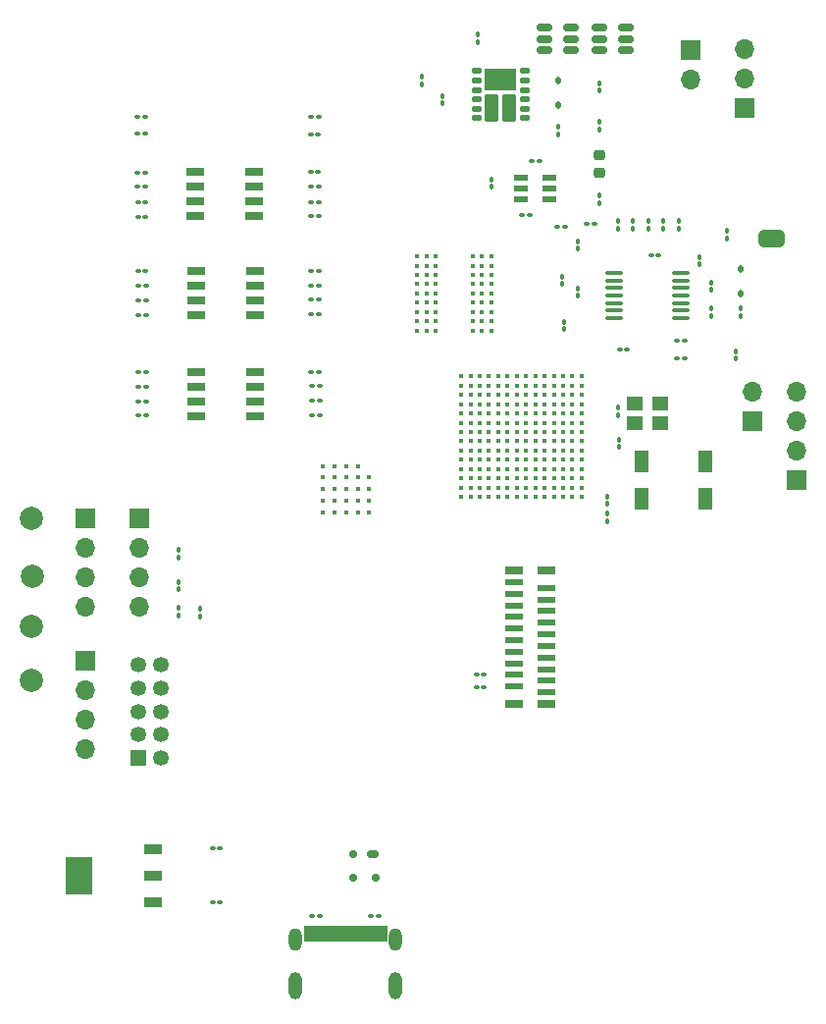
<source format=gbr>
%TF.GenerationSoftware,KiCad,Pcbnew,9.0.0*%
%TF.CreationDate,2025-05-06T20:27:03-04:00*%
%TF.ProjectId,payload_board,7061796c-6f61-4645-9f62-6f6172642e6b,rev?*%
%TF.SameCoordinates,Original*%
%TF.FileFunction,Soldermask,Top*%
%TF.FilePolarity,Negative*%
%FSLAX45Y45*%
G04 Gerber Fmt 4.5, Leading zero omitted, Abs format (unit mm)*
G04 Created by KiCad (PCBNEW 9.0.0) date 2025-05-06 20:27:03*
%MOMM*%
%LPD*%
G01*
G04 APERTURE LIST*
G04 Aperture macros list*
%AMRoundRect*
0 Rectangle with rounded corners*
0 $1 Rounding radius*
0 $2 $3 $4 $5 $6 $7 $8 $9 X,Y pos of 4 corners*
0 Add a 4 corners polygon primitive as box body*
4,1,4,$2,$3,$4,$5,$6,$7,$8,$9,$2,$3,0*
0 Add four circle primitives for the rounded corners*
1,1,$1+$1,$2,$3*
1,1,$1+$1,$4,$5*
1,1,$1+$1,$6,$7*
1,1,$1+$1,$8,$9*
0 Add four rect primitives between the rounded corners*
20,1,$1+$1,$2,$3,$4,$5,0*
20,1,$1+$1,$4,$5,$6,$7,0*
20,1,$1+$1,$6,$7,$8,$9,0*
20,1,$1+$1,$8,$9,$2,$3,0*%
%AMFreePoly0*
4,1,23,0.500000,-0.750000,0.000000,-0.750000,0.000000,-0.745722,-0.065263,-0.745722,-0.191342,-0.711940,-0.304381,-0.646677,-0.396677,-0.554381,-0.461940,-0.441342,-0.495722,-0.315263,-0.495722,-0.250000,-0.500000,-0.250000,-0.500000,0.250000,-0.495722,0.250000,-0.495722,0.315263,-0.461940,0.441342,-0.396677,0.554381,-0.304381,0.646677,-0.191342,0.711940,-0.065263,0.745722,0.000000,0.745722,
0.000000,0.750000,0.500000,0.750000,0.500000,-0.750000,0.500000,-0.750000,$1*%
%AMFreePoly1*
4,1,23,0.000000,0.745722,0.065263,0.745722,0.191342,0.711940,0.304381,0.646677,0.396677,0.554381,0.461940,0.441342,0.495722,0.315263,0.495722,0.250000,0.500000,0.250000,0.500000,-0.250000,0.495722,-0.250000,0.495722,-0.315263,0.461940,-0.441342,0.396677,-0.554381,0.304381,-0.646677,0.191342,-0.711940,0.065263,-0.745722,0.000000,-0.745722,0.000000,-0.750000,-0.500000,-0.750000,
-0.500000,0.750000,0.000000,0.750000,0.000000,0.745722,0.000000,0.745722,$1*%
G04 Aperture macros list end*
%ADD10C,0.000000*%
%ADD11C,0.010000*%
%ADD12FreePoly0,0.000000*%
%ADD13FreePoly1,0.000000*%
%ADD14RoundRect,0.100000X0.130000X0.100000X-0.130000X0.100000X-0.130000X-0.100000X0.130000X-0.100000X0*%
%ADD15RoundRect,0.100000X0.100000X-0.130000X0.100000X0.130000X-0.100000X0.130000X-0.100000X-0.130000X0*%
%ADD16RoundRect,0.100000X-0.130000X-0.100000X0.130000X-0.100000X0.130000X0.100000X-0.130000X0.100000X0*%
%ADD17C,2.000000*%
%ADD18R,1.700000X1.700000*%
%ADD19O,1.700000X1.700000*%
%ADD20RoundRect,0.100000X-0.100000X0.130000X-0.100000X-0.130000X0.100000X-0.130000X0.100000X0.130000X0*%
%ADD21C,0.410000*%
%ADD22RoundRect,0.175000X-0.325000X0.175000X-0.325000X-0.175000X0.325000X-0.175000X0.325000X0.175000X0*%
%ADD23RoundRect,0.150000X-0.150000X0.200000X-0.150000X-0.200000X0.150000X-0.200000X0.150000X0.200000X0*%
%ADD24RoundRect,0.218750X-0.256250X0.218750X-0.256250X-0.218750X0.256250X-0.218750X0.256250X0.218750X0*%
%ADD25RoundRect,0.063500X-0.325000X-0.200000X0.325000X-0.200000X0.325000X0.200000X-0.325000X0.200000X0*%
%ADD26RoundRect,0.063500X0.325000X0.200000X-0.325000X0.200000X-0.325000X-0.200000X0.325000X-0.200000X0*%
%ADD27RoundRect,0.063500X-1.250000X0.890000X-1.250000X-0.890000X1.250000X-0.890000X1.250000X0.890000X0*%
%ADD28RoundRect,0.063500X-0.500000X1.085000X-0.500000X-1.085000X0.500000X-1.085000X0.500000X1.085000X0*%
%ADD29RoundRect,0.190000X0.610000X0.190000X-0.610000X0.190000X-0.610000X-0.190000X0.610000X-0.190000X0*%
%ADD30R,1.150000X0.600000*%
%ADD31RoundRect,0.112500X-0.112500X0.187500X-0.112500X-0.187500X0.112500X-0.187500X0.112500X0.187500X0*%
%ADD32R,1.400000X1.200000*%
%ADD33R,1.600200X0.838200*%
%ADD34O,1.152400X2.352400*%
%ADD35O,1.152400X1.952400*%
%ADD36C,0.370000*%
%ADD37R,1.350000X1.350000*%
%ADD38C,1.350000*%
%ADD39RoundRect,0.150000X-0.512500X-0.150000X0.512500X-0.150000X0.512500X0.150000X-0.512500X0.150000X0*%
%ADD40R,1.300000X1.900000*%
%ADD41RoundRect,0.100000X-0.637500X-0.100000X0.637500X-0.100000X0.637500X0.100000X-0.637500X0.100000X0*%
%ADD42R,1.500000X0.600000*%
%ADD43R,1.500000X0.800000*%
%ADD44C,0.394000*%
G04 APERTURE END LIST*
%TO.C,JP1*%
G36*
X21725000Y-7316400D02*
G01*
X21755000Y-7316400D01*
X21755000Y-7466400D01*
X21725000Y-7466400D01*
X21725000Y-7316400D01*
G37*
D10*
%TO.C,U2*%
G36*
X15878030Y-13045020D02*
G01*
X15646890Y-13045020D01*
X15646890Y-12724980D01*
X15878030Y-12724980D01*
X15878030Y-13045020D01*
G37*
D11*
%TO.C,J2*%
X17775850Y-13443850D02*
X17704150Y-13443850D01*
X17704150Y-13316150D01*
X17775850Y-13316150D01*
X17775850Y-13443850D01*
G36*
X17775850Y-13443850D02*
G01*
X17704150Y-13443850D01*
X17704150Y-13316150D01*
X17775850Y-13316150D01*
X17775850Y-13443850D01*
G37*
X17855850Y-13443850D02*
X17784150Y-13443850D01*
X17784150Y-13316150D01*
X17855850Y-13316150D01*
X17855850Y-13443850D01*
G36*
X17855850Y-13443850D02*
G01*
X17784150Y-13443850D01*
X17784150Y-13316150D01*
X17855850Y-13316150D01*
X17855850Y-13443850D01*
G37*
X17906250Y-13443850D02*
X17863750Y-13443850D01*
X17863750Y-13316150D01*
X17906250Y-13316150D01*
X17906250Y-13443850D01*
G36*
X17906250Y-13443850D02*
G01*
X17863750Y-13443850D01*
X17863750Y-13316150D01*
X17906250Y-13316150D01*
X17906250Y-13443850D01*
G37*
X17956250Y-13443850D02*
X17913750Y-13443850D01*
X17913750Y-13316150D01*
X17956250Y-13316150D01*
X17956250Y-13443850D01*
G36*
X17956250Y-13443850D02*
G01*
X17913750Y-13443850D01*
X17913750Y-13316150D01*
X17956250Y-13316150D01*
X17956250Y-13443850D01*
G37*
X18006250Y-13443850D02*
X17963750Y-13443850D01*
X17963750Y-13316150D01*
X18006250Y-13316150D01*
X18006250Y-13443850D01*
G36*
X18006250Y-13443850D02*
G01*
X17963750Y-13443850D01*
X17963750Y-13316150D01*
X18006250Y-13316150D01*
X18006250Y-13443850D01*
G37*
X18056250Y-13443850D02*
X18013750Y-13443850D01*
X18013750Y-13316150D01*
X18056250Y-13316150D01*
X18056250Y-13443850D01*
G36*
X18056250Y-13443850D02*
G01*
X18013750Y-13443850D01*
X18013750Y-13316150D01*
X18056250Y-13316150D01*
X18056250Y-13443850D01*
G37*
X18106250Y-13443850D02*
X18063750Y-13443850D01*
X18063750Y-13316150D01*
X18106250Y-13316150D01*
X18106250Y-13443850D01*
G36*
X18106250Y-13443850D02*
G01*
X18063750Y-13443850D01*
X18063750Y-13316150D01*
X18106250Y-13316150D01*
X18106250Y-13443850D01*
G37*
X18156250Y-13443850D02*
X18113750Y-13443850D01*
X18113750Y-13316150D01*
X18156250Y-13316150D01*
X18156250Y-13443850D01*
G36*
X18156250Y-13443850D02*
G01*
X18113750Y-13443850D01*
X18113750Y-13316150D01*
X18156250Y-13316150D01*
X18156250Y-13443850D01*
G37*
X18206250Y-13443850D02*
X18163750Y-13443850D01*
X18163750Y-13316150D01*
X18206250Y-13316150D01*
X18206250Y-13443850D01*
G36*
X18206250Y-13443850D02*
G01*
X18163750Y-13443850D01*
X18163750Y-13316150D01*
X18206250Y-13316150D01*
X18206250Y-13443850D01*
G37*
X18256250Y-13443850D02*
X18213750Y-13443850D01*
X18213750Y-13316150D01*
X18256250Y-13316150D01*
X18256250Y-13443850D01*
G36*
X18256250Y-13443850D02*
G01*
X18213750Y-13443850D01*
X18213750Y-13316150D01*
X18256250Y-13316150D01*
X18256250Y-13443850D01*
G37*
X18335850Y-13443850D02*
X18264150Y-13443850D01*
X18264150Y-13316150D01*
X18335850Y-13316150D01*
X18335850Y-13443850D01*
G36*
X18335850Y-13443850D02*
G01*
X18264150Y-13443850D01*
X18264150Y-13316150D01*
X18335850Y-13316150D01*
X18335850Y-13443850D01*
G37*
X18415850Y-13443850D02*
X18344150Y-13443850D01*
X18344150Y-13316150D01*
X18415850Y-13316150D01*
X18415850Y-13443850D01*
G36*
X18415850Y-13443850D02*
G01*
X18344150Y-13443850D01*
X18344150Y-13316150D01*
X18415850Y-13316150D01*
X18415850Y-13443850D01*
G37*
%TD*%
D12*
%TO.C,JP1*%
X21675000Y-7391400D03*
D13*
X21805000Y-7391400D03*
%TD*%
D14*
%TO.C,C49*%
X20987000Y-8427500D03*
X20923000Y-8427500D03*
%TD*%
D15*
%TO.C,R62*%
X21352500Y-7392000D03*
X21352500Y-7328000D03*
%TD*%
D14*
%TO.C,R51*%
X19956000Y-7292500D03*
X19892000Y-7292500D03*
%TD*%
%TO.C,C48*%
X19649000Y-7192500D03*
X19585000Y-7192500D03*
%TD*%
%TO.C,R3*%
X17828000Y-7080000D03*
X17764000Y-7080000D03*
%TD*%
%TO.C,C45*%
X20209500Y-7265000D03*
X20145500Y-7265000D03*
%TD*%
D16*
%TO.C,R25*%
X16278000Y-8920000D03*
X16342000Y-8920000D03*
%TD*%
%TO.C,R17*%
X16269500Y-6945000D03*
X16333500Y-6945000D03*
%TD*%
D17*
%TO.C,TP7*%
X15350000Y-10735000D03*
%TD*%
D16*
%TO.C,R27*%
X16275500Y-8667500D03*
X16339500Y-8667500D03*
%TD*%
D14*
%TO.C,R61*%
X20764500Y-7535000D03*
X20700500Y-7535000D03*
%TD*%
D16*
%TO.C,C7*%
X16915000Y-13115000D03*
X16979000Y-13115000D03*
%TD*%
D14*
%TO.C,C50*%
X20987000Y-8270000D03*
X20923000Y-8270000D03*
%TD*%
D18*
%TO.C,J6*%
X15815000Y-9805000D03*
D19*
X15815000Y-10059000D03*
X15815000Y-10313000D03*
X15815000Y-10567000D03*
%TD*%
D20*
%TO.C,R34*%
X18720000Y-5995500D03*
X18720000Y-6059500D03*
%TD*%
D16*
%TO.C,R15*%
X16272000Y-7202500D03*
X16336000Y-7202500D03*
%TD*%
D14*
%TO.C,R13*%
X17832000Y-8540000D03*
X17768000Y-8540000D03*
%TD*%
D18*
%TO.C,J11*%
X21955000Y-9472000D03*
D19*
X21955000Y-9218000D03*
X21955000Y-8964000D03*
X21955000Y-8710000D03*
%TD*%
D14*
%TO.C,R6*%
X17832000Y-8045000D03*
X17768000Y-8045000D03*
%TD*%
D15*
%TO.C,C47*%
X19945000Y-8174500D03*
X19945000Y-8110500D03*
%TD*%
D21*
%TO.C,IC1*%
X19320000Y-8185000D03*
X19240000Y-8185000D03*
X19160000Y-8185000D03*
X18840000Y-8185000D03*
X18760000Y-8185000D03*
X18680000Y-8185000D03*
X19320000Y-8105000D03*
X19240000Y-8105000D03*
X19160000Y-8105000D03*
X18840000Y-8105000D03*
X18760000Y-8105000D03*
X18680000Y-8105000D03*
X19320000Y-8025000D03*
X19240000Y-8025000D03*
X19160000Y-8025000D03*
X18840000Y-8025000D03*
X18760000Y-8025000D03*
X18680000Y-8025000D03*
X19320000Y-7945000D03*
X19240000Y-7945000D03*
X19160000Y-7945000D03*
X18840000Y-7945000D03*
X18760000Y-7945000D03*
X18680000Y-7945000D03*
X19320000Y-7865000D03*
X19240000Y-7865000D03*
X19160000Y-7865000D03*
X18840000Y-7865000D03*
X18760000Y-7865000D03*
X18680000Y-7865000D03*
X19320000Y-7785000D03*
X19240000Y-7785000D03*
X19160000Y-7785000D03*
X18840000Y-7785000D03*
X18760000Y-7785000D03*
X18680000Y-7785000D03*
X19320000Y-7705000D03*
X19240000Y-7705000D03*
X19160000Y-7705000D03*
X18840000Y-7705000D03*
X18760000Y-7705000D03*
X18680000Y-7705000D03*
X19320000Y-7625000D03*
X19240000Y-7625000D03*
X19160000Y-7625000D03*
X18840000Y-7625000D03*
X18760000Y-7625000D03*
X18680000Y-7625000D03*
X19320000Y-7545000D03*
X19240000Y-7545000D03*
X19160000Y-7545000D03*
X18840000Y-7545000D03*
X18760000Y-7545000D03*
X18680000Y-7545000D03*
%TD*%
D22*
%TO.C,D1*%
X18300000Y-12700000D03*
D23*
X18130000Y-12700000D03*
X18130000Y-12900000D03*
X18320000Y-12900000D03*
%TD*%
D20*
%TO.C,R42*%
X16625000Y-10354000D03*
X16625000Y-10418000D03*
%TD*%
%TO.C,R52*%
X20067500Y-7416500D03*
X20067500Y-7480500D03*
%TD*%
D16*
%TO.C,R26*%
X16278000Y-8795000D03*
X16342000Y-8795000D03*
%TD*%
D15*
%TO.C,R47*%
X20673000Y-7306000D03*
X20673000Y-7242000D03*
%TD*%
D24*
%TO.C,D3*%
X20255000Y-6670000D03*
X20255000Y-6827500D03*
%TD*%
D16*
%TO.C,R63*%
X16268000Y-6340000D03*
X16332000Y-6340000D03*
%TD*%
D20*
%TO.C,R43*%
X16625000Y-10076500D03*
X16625000Y-10140500D03*
%TD*%
D25*
%TO.C,Q1*%
X19192457Y-5948468D03*
X19192457Y-6029748D03*
X19192457Y-6111028D03*
X19192457Y-6192308D03*
X19192457Y-6273588D03*
X19192457Y-6354868D03*
D26*
X19607518Y-6354843D03*
X19607518Y-6273563D03*
X19607518Y-6192283D03*
X19607518Y-6111003D03*
X19607518Y-6029723D03*
X19607518Y-5948443D03*
D27*
X19400000Y-6017500D03*
D28*
X19324994Y-6264876D03*
X19475286Y-6264977D03*
%TD*%
D15*
%TO.C,R57*%
X21115000Y-7615000D03*
X21115000Y-7551000D03*
%TD*%
D18*
%TO.C,J9*%
X21502500Y-6270000D03*
D19*
X21502500Y-6016000D03*
X21502500Y-5762000D03*
%TD*%
D29*
%TO.C,SW2*%
X17279000Y-8050500D03*
X17279000Y-7923500D03*
X17279000Y-7796500D03*
X17279000Y-7669500D03*
X16771000Y-7669500D03*
X16771000Y-7796500D03*
X16771000Y-7923500D03*
X16771000Y-8050500D03*
%TD*%
D20*
%TO.C,R48*%
X20803000Y-7242000D03*
X20803000Y-7306000D03*
%TD*%
D30*
%TO.C,U5*%
X19572500Y-6865000D03*
X19572500Y-6960000D03*
X19572500Y-7055000D03*
X19822500Y-7055000D03*
X19822500Y-6960000D03*
X19822500Y-6865000D03*
%TD*%
D31*
%TO.C,D4*%
X21472500Y-7657500D03*
X21472500Y-7867500D03*
%TD*%
D16*
%TO.C,R53*%
X19670500Y-6725000D03*
X19734500Y-6725000D03*
%TD*%
D17*
%TO.C,TP5*%
X15350000Y-9805000D03*
%TD*%
D16*
%TO.C,R28*%
X16274500Y-8540000D03*
X16338500Y-8540000D03*
%TD*%
D17*
%TO.C,TP8*%
X15350000Y-11200000D03*
%TD*%
D16*
%TO.C,R18*%
X16267000Y-6822500D03*
X16331000Y-6822500D03*
%TD*%
D31*
%TO.C,D2*%
X19895000Y-6027500D03*
X19895000Y-6237500D03*
%TD*%
D29*
%TO.C,SW3*%
X17278000Y-8921000D03*
X17278000Y-8794000D03*
X17278000Y-8667000D03*
X17278000Y-8540000D03*
X16770000Y-8540000D03*
X16770000Y-8667000D03*
X16770000Y-8794000D03*
X16770000Y-8921000D03*
%TD*%
D14*
%TO.C,R8*%
X17832000Y-7920000D03*
X17768000Y-7920000D03*
%TD*%
D20*
%TO.C,R41*%
X16625000Y-10576500D03*
X16625000Y-10640500D03*
%TD*%
D14*
%TO.C,R1*%
X17832000Y-6345000D03*
X17768000Y-6345000D03*
%TD*%
%TO.C,R14*%
X17837000Y-8665000D03*
X17773000Y-8665000D03*
%TD*%
D16*
%TO.C,R66*%
X19194000Y-11152500D03*
X19258000Y-11152500D03*
%TD*%
D20*
%TO.C,R54*%
X19932500Y-7720500D03*
X19932500Y-7784500D03*
%TD*%
D18*
%TO.C,J7*%
X16282500Y-9807500D03*
D19*
X16282500Y-10061500D03*
X16282500Y-10315500D03*
X16282500Y-10569500D03*
%TD*%
D29*
%TO.C,SW1*%
X17274000Y-7200500D03*
X17274000Y-7073500D03*
X17274000Y-6946500D03*
X17274000Y-6819500D03*
X16766000Y-6819500D03*
X16766000Y-6946500D03*
X16766000Y-7073500D03*
X16766000Y-7200500D03*
%TD*%
D16*
%TO.C,R21*%
X16274500Y-7797500D03*
X16338500Y-7797500D03*
%TD*%
D32*
%TO.C,Y2*%
X20555000Y-8987500D03*
X20775000Y-8987500D03*
X20775000Y-8817500D03*
X20555000Y-8817500D03*
%TD*%
D20*
%TO.C,R37*%
X20255000Y-6051000D03*
X20255000Y-6115000D03*
%TD*%
%TO.C,R38*%
X20257500Y-6388000D03*
X20257500Y-6452000D03*
%TD*%
D14*
%TO.C,R12*%
X17827000Y-6495000D03*
X17763000Y-6495000D03*
%TD*%
D20*
%TO.C,R60*%
X21215000Y-7996500D03*
X21215000Y-8060500D03*
%TD*%
D15*
%TO.C,R59*%
X21217500Y-7836000D03*
X21217500Y-7772000D03*
%TD*%
D20*
%TO.C,C32*%
X20420000Y-9125000D03*
X20420000Y-9189000D03*
%TD*%
D14*
%TO.C,R5*%
X17827000Y-6820000D03*
X17763000Y-6820000D03*
%TD*%
D16*
%TO.C,R22*%
X16273000Y-7670000D03*
X16337000Y-7670000D03*
%TD*%
%TO.C,C10*%
X16915500Y-12652500D03*
X16979500Y-12652500D03*
%TD*%
%TO.C,R31*%
X17773200Y-13233400D03*
X17837200Y-13233400D03*
%TD*%
D33*
%TO.C,U2*%
X16402540Y-13115000D03*
X16402540Y-12885000D03*
X16402540Y-12655000D03*
%TD*%
D16*
%TO.C,R32*%
X18281200Y-13233400D03*
X18345200Y-13233400D03*
%TD*%
%TO.C,R64*%
X16268000Y-6490000D03*
X16332000Y-6490000D03*
%TD*%
%TO.C,R65*%
X19194000Y-11260000D03*
X19258000Y-11260000D03*
%TD*%
D20*
%TO.C,R35*%
X19207500Y-5633000D03*
X19207500Y-5697000D03*
%TD*%
D14*
%TO.C,R9*%
X17831000Y-7795000D03*
X17767000Y-7795000D03*
%TD*%
D20*
%TO.C,R58*%
X21472500Y-7994000D03*
X21472500Y-8058000D03*
%TD*%
D15*
%TO.C,R50*%
X20252500Y-7085500D03*
X20252500Y-7021500D03*
%TD*%
D34*
%TO.C,J2*%
X17628000Y-13837500D03*
X18492000Y-13837500D03*
D35*
X17628000Y-13437500D03*
X18492000Y-13437500D03*
%TD*%
D14*
%TO.C,R4*%
X17829500Y-6945000D03*
X17765500Y-6945000D03*
%TD*%
D18*
%TO.C,J4*%
X21042500Y-5765000D03*
D19*
X21042500Y-6019000D03*
%TD*%
D36*
%TO.C,U3*%
X18267500Y-9452500D03*
X18267500Y-9552500D03*
X18267500Y-9652500D03*
X18267500Y-9752500D03*
X18167500Y-9352500D03*
X18167500Y-9452500D03*
X18167500Y-9552500D03*
X18167500Y-9652500D03*
X18167500Y-9752500D03*
X18067500Y-9352500D03*
X18067500Y-9452500D03*
X18067500Y-9552500D03*
X18067500Y-9652500D03*
X18067500Y-9752500D03*
X17967500Y-9352500D03*
X17967500Y-9452500D03*
X17967500Y-9552500D03*
X17967500Y-9652500D03*
X17967500Y-9752500D03*
X17867500Y-9352500D03*
X17867500Y-9452500D03*
X17867500Y-9552500D03*
X17867500Y-9652500D03*
X17867500Y-9752500D03*
%TD*%
D15*
%TO.C,R36*%
X19895000Y-6494500D03*
X19895000Y-6430500D03*
%TD*%
D14*
%TO.C,R7*%
X17838500Y-8920000D03*
X17774500Y-8920000D03*
%TD*%
D20*
%TO.C,C46*%
X19322500Y-6880500D03*
X19322500Y-6944500D03*
%TD*%
D14*
%TO.C,R11*%
X17832000Y-7667500D03*
X17768000Y-7667500D03*
%TD*%
D37*
%TO.C,J10*%
X16272500Y-11870000D03*
D38*
X16472500Y-11870000D03*
X16272500Y-11670000D03*
X16472500Y-11670000D03*
X16272500Y-11470000D03*
X16472500Y-11470000D03*
X16272500Y-11270000D03*
X16472500Y-11270000D03*
X16272500Y-11070000D03*
X16472500Y-11070000D03*
%TD*%
D39*
%TO.C,Q2*%
X19780000Y-5575000D03*
X19780000Y-5670000D03*
X19780000Y-5765000D03*
X20007500Y-5765000D03*
X20007500Y-5670000D03*
X20007500Y-5575000D03*
%TD*%
D15*
%TO.C,R45*%
X20418000Y-7306000D03*
X20418000Y-7242000D03*
%TD*%
D16*
%TO.C,R19*%
X16277000Y-8052500D03*
X16341000Y-8052500D03*
%TD*%
%TO.C,R16*%
X16272000Y-7075000D03*
X16336000Y-7075000D03*
%TD*%
D20*
%TO.C,C20*%
X20320000Y-9762500D03*
X20320000Y-9826500D03*
%TD*%
D15*
%TO.C,C51*%
X21430000Y-8427000D03*
X21430000Y-8363000D03*
%TD*%
%TO.C,R33*%
X18900000Y-6224500D03*
X18900000Y-6160500D03*
%TD*%
D20*
%TO.C,R46*%
X20543000Y-7242000D03*
X20543000Y-7306000D03*
%TD*%
D40*
%TO.C,Y1*%
X20617500Y-9635000D03*
X21167500Y-9635000D03*
X21167500Y-9315000D03*
X20617500Y-9315000D03*
%TD*%
D20*
%TO.C,R40*%
X16810000Y-10584000D03*
X16810000Y-10648000D03*
%TD*%
D14*
%TO.C,R10*%
X17837000Y-8790000D03*
X17773000Y-8790000D03*
%TD*%
D41*
%TO.C,U4*%
X20382500Y-7687500D03*
X20382500Y-7752500D03*
X20382500Y-7817500D03*
X20382500Y-7882500D03*
X20382500Y-7947500D03*
X20382500Y-8012500D03*
X20382500Y-8077500D03*
X20955000Y-8077500D03*
X20955000Y-8012500D03*
X20955000Y-7947500D03*
X20955000Y-7882500D03*
X20955000Y-7817500D03*
X20955000Y-7752500D03*
X20955000Y-7687500D03*
%TD*%
D17*
%TO.C,TP6*%
X15360000Y-10305000D03*
%TD*%
D20*
%TO.C,C34*%
X20417500Y-8848000D03*
X20417500Y-8912000D03*
%TD*%
D42*
%TO.C,J8*%
X19800000Y-11305000D03*
X19520000Y-11255000D03*
X19800000Y-11205000D03*
X19520000Y-11155000D03*
X19800000Y-11105000D03*
X19520000Y-11055000D03*
X19800000Y-11005000D03*
X19520000Y-10955000D03*
X19800000Y-10905000D03*
X19520000Y-10855000D03*
X19800000Y-10805000D03*
X19520000Y-10755000D03*
X19800000Y-10705000D03*
X19520000Y-10655000D03*
X19800000Y-10605000D03*
X19520000Y-10555000D03*
X19800000Y-10505000D03*
X19520000Y-10455000D03*
X19800000Y-10405000D03*
X19520000Y-10355000D03*
D43*
X19800000Y-11405000D03*
X19520000Y-11405000D03*
X19520000Y-10255000D03*
X19800000Y-10255000D03*
%TD*%
D16*
%TO.C,R56*%
X20429500Y-8345000D03*
X20493500Y-8345000D03*
%TD*%
D18*
%TO.C,J3*%
X15815000Y-11030000D03*
D19*
X15815000Y-11284000D03*
X15815000Y-11538000D03*
X15815000Y-11792000D03*
%TD*%
D15*
%TO.C,R49*%
X20935500Y-7307500D03*
X20935500Y-7243500D03*
%TD*%
%TO.C,R55*%
X20065000Y-7885500D03*
X20065000Y-7821500D03*
%TD*%
%TO.C,C19*%
X20320000Y-9680000D03*
X20320000Y-9616000D03*
%TD*%
D18*
%TO.C,J5*%
X21575000Y-8969000D03*
D19*
X21575000Y-8715000D03*
%TD*%
D14*
%TO.C,R2*%
X17828000Y-7200000D03*
X17764000Y-7200000D03*
%TD*%
D16*
%TO.C,R20*%
X16278000Y-7925000D03*
X16342000Y-7925000D03*
%TD*%
D44*
%TO.C,U1*%
X19060000Y-8580000D03*
X19140000Y-8580000D03*
X19220000Y-8580000D03*
X19300000Y-8580000D03*
X19380000Y-8580000D03*
X19460000Y-8580000D03*
X19540000Y-8580000D03*
X19620000Y-8580000D03*
X19700000Y-8580000D03*
X19780000Y-8580000D03*
X19860000Y-8580000D03*
X19940000Y-8580000D03*
X20020000Y-8580000D03*
X20100000Y-8580000D03*
X19060000Y-8660000D03*
X19140000Y-8660000D03*
X19220000Y-8660000D03*
X19300000Y-8660000D03*
X19380000Y-8660000D03*
X19460000Y-8660000D03*
X19540000Y-8660000D03*
X19620000Y-8660000D03*
X19700000Y-8660000D03*
X19780000Y-8660000D03*
X19860000Y-8660000D03*
X19940000Y-8660000D03*
X20020000Y-8660000D03*
X20100000Y-8660000D03*
X19060000Y-8740000D03*
X19140000Y-8740000D03*
X19220000Y-8740000D03*
X19300000Y-8740000D03*
X19380000Y-8740000D03*
X19460000Y-8740000D03*
X19540000Y-8740000D03*
X19620000Y-8740000D03*
X19700000Y-8740000D03*
X19780000Y-8740000D03*
X19860000Y-8740000D03*
X19940000Y-8740000D03*
X20020000Y-8740000D03*
X20100000Y-8740000D03*
X19060000Y-8820000D03*
X19140000Y-8820000D03*
X19220000Y-8820000D03*
X19300000Y-8820000D03*
X19380000Y-8820000D03*
X19460000Y-8820000D03*
X19540000Y-8820000D03*
X19620000Y-8820000D03*
X19700000Y-8820000D03*
X19780000Y-8820000D03*
X19860000Y-8820000D03*
X19940000Y-8820000D03*
X20020000Y-8820000D03*
X20100000Y-8820000D03*
X19060000Y-8900000D03*
X19140000Y-8900000D03*
X19220000Y-8900000D03*
X19300000Y-8900000D03*
X19380000Y-8900000D03*
X19460000Y-8900000D03*
X19540000Y-8900000D03*
X19620000Y-8900000D03*
X19700000Y-8900000D03*
X19780000Y-8900000D03*
X19860000Y-8900000D03*
X19940000Y-8900000D03*
X20020000Y-8900000D03*
X20100000Y-8900000D03*
X19060000Y-8980000D03*
X19140000Y-8980000D03*
X19220000Y-8980000D03*
X19300000Y-8980000D03*
X19380000Y-8980000D03*
X19460000Y-8980000D03*
X19540000Y-8980000D03*
X19620000Y-8980000D03*
X19700000Y-8980000D03*
X19780000Y-8980000D03*
X19860000Y-8980000D03*
X19940000Y-8980000D03*
X20020000Y-8980000D03*
X20100000Y-8980000D03*
X19060000Y-9060000D03*
X19140000Y-9060000D03*
X19220000Y-9060000D03*
X19300000Y-9060000D03*
X19380000Y-9060000D03*
X19460000Y-9060000D03*
X19540000Y-9060000D03*
X19620000Y-9060000D03*
X19700000Y-9060000D03*
X19780000Y-9060000D03*
X19860000Y-9060000D03*
X19940000Y-9060000D03*
X20020000Y-9060000D03*
X20100000Y-9060000D03*
X19060000Y-9140000D03*
X19140000Y-9140000D03*
X19220000Y-9140000D03*
X19300000Y-9140000D03*
X19380000Y-9140000D03*
X19460000Y-9140000D03*
X19540000Y-9140000D03*
X19620000Y-9140000D03*
X19700000Y-9140000D03*
X19780000Y-9140000D03*
X19860000Y-9140000D03*
X19940000Y-9140000D03*
X20020000Y-9140000D03*
X20100000Y-9140000D03*
X19060000Y-9220000D03*
X19140000Y-9220000D03*
X19220000Y-9220000D03*
X19300000Y-9220000D03*
X19380000Y-9220000D03*
X19460000Y-9220000D03*
X19540000Y-9220000D03*
X19620000Y-9220000D03*
X19700000Y-9220000D03*
X19780000Y-9220000D03*
X19860000Y-9220000D03*
X19940000Y-9220000D03*
X20020000Y-9220000D03*
X20100000Y-9220000D03*
X19060000Y-9300000D03*
X19140000Y-9300000D03*
X19220000Y-9300000D03*
X19300000Y-9300000D03*
X19380000Y-9300000D03*
X19460000Y-9300000D03*
X19540000Y-9300000D03*
X19620000Y-9300000D03*
X19700000Y-9300000D03*
X19780000Y-9300000D03*
X19860000Y-9300000D03*
X19940000Y-9300000D03*
X20020000Y-9300000D03*
X20100000Y-9300000D03*
X19060000Y-9380000D03*
X19140000Y-9380000D03*
X19220000Y-9380000D03*
X19300000Y-9380000D03*
X19380000Y-9380000D03*
X19460000Y-9380000D03*
X19540000Y-9380000D03*
X19620000Y-9380000D03*
X19700000Y-9380000D03*
X19780000Y-9380000D03*
X19860000Y-9380000D03*
X19940000Y-9380000D03*
X20020000Y-9380000D03*
X20100000Y-9380000D03*
X19060000Y-9460000D03*
X19140000Y-9460000D03*
X19220000Y-9460000D03*
X19300000Y-9460000D03*
X19380000Y-9460000D03*
X19460000Y-9460000D03*
X19540000Y-9460000D03*
X19620000Y-9460000D03*
X19700000Y-9460000D03*
X19780000Y-9460000D03*
X19860000Y-9460000D03*
X19940000Y-9460000D03*
X20020000Y-9460000D03*
X20100000Y-9460000D03*
X19060000Y-9540000D03*
X19140000Y-9540000D03*
X19220000Y-9540000D03*
X19300000Y-9540000D03*
X19380000Y-9540000D03*
X19460000Y-9540000D03*
X19540000Y-9540000D03*
X19620000Y-9540000D03*
X19700000Y-9540000D03*
X19780000Y-9540000D03*
X19860000Y-9540000D03*
X19940000Y-9540000D03*
X20020000Y-9540000D03*
X20100000Y-9540000D03*
X19060000Y-9620000D03*
X19140000Y-9620000D03*
X19220000Y-9620000D03*
X19300000Y-9620000D03*
X19380000Y-9620000D03*
X19460000Y-9620000D03*
X19540000Y-9620000D03*
X19620000Y-9620000D03*
X19700000Y-9620000D03*
X19780000Y-9620000D03*
X19860000Y-9620000D03*
X19940000Y-9620000D03*
X20020000Y-9620000D03*
X20100000Y-9620000D03*
%TD*%
D39*
%TO.C,Q3*%
X20252500Y-5575000D03*
X20252500Y-5670000D03*
X20252500Y-5765000D03*
X20480000Y-5765000D03*
X20480000Y-5670000D03*
X20480000Y-5575000D03*
%TD*%
M02*

</source>
